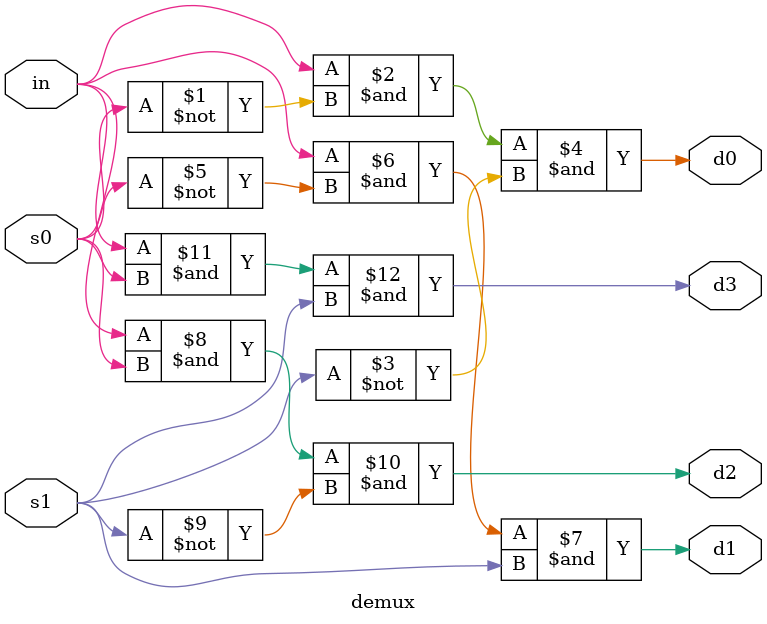
<source format=v>
module demux(in,d0,d1,d2,d3,s0,s1);
  input in,s0,s1;
  output d0,d1,d2,d3;
  and (d0,in,(~s0),(~s1));
  and (d1,in,(~s0),s1);
  and (d2,in,s0,(~s1));
  and (d3,in,s0,s1);
endmodule

</source>
